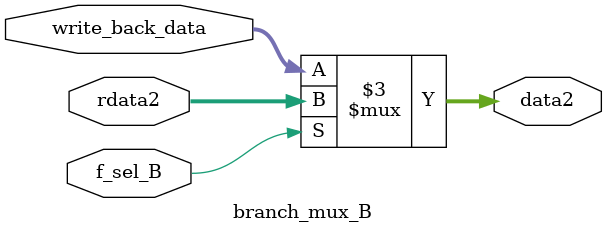
<source format=sv>
module branch_mux_B(
    input logic [31:0] rdata2,
    input logic [31:0] write_back_data,
    input logic f_sel_B,
    output logic [31:0] data2
);

always_comb begin
    if (f_sel_B) begin
         data2 = rdata2;
    end
    else begin data2 = write_back_data;
    end
end

endmodule
</source>
